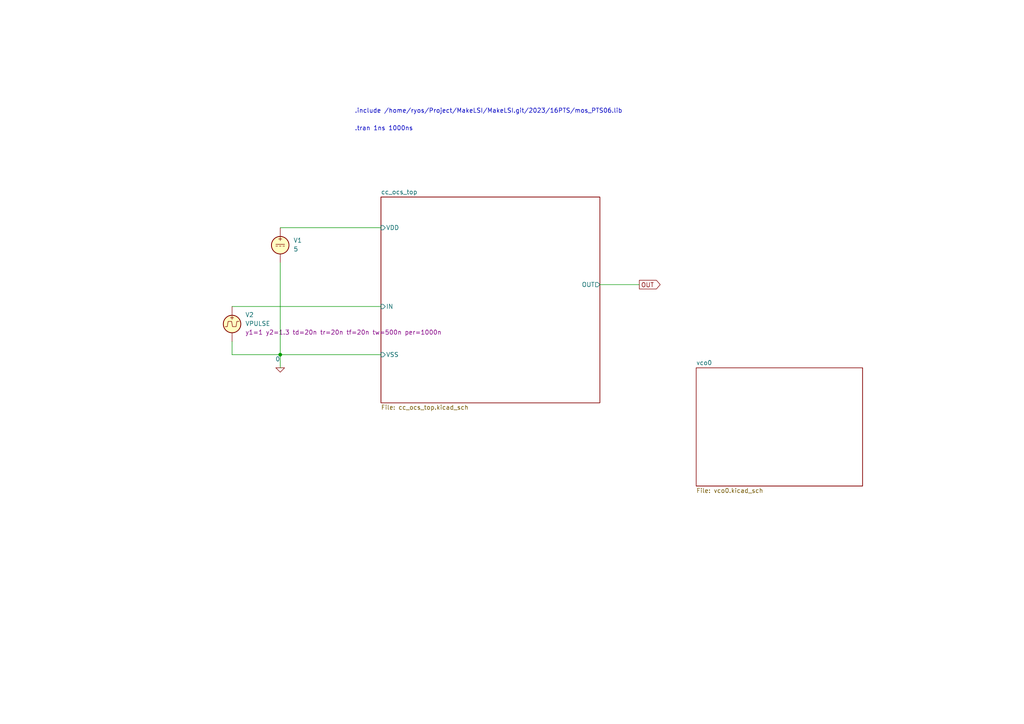
<source format=kicad_sch>
(kicad_sch (version 20230121) (generator eeschema)
  (paper "A4")
  (lib_symbols
    (symbol "OR1Symbols:0" (power) (pin_names (offset 0))
      (property "Value" "0" (at 0 -1.27 0))
      (symbol "0_0_1"
        (polyline (pts (xy -1.27 0) (xy 1.27 0) (xy 0 -1.27) (xy -1.27 0)))
      )
      (symbol "0_1_1"
        (pin power_in line (at 0 0 180) (length 0) hide (name "0") (number "1"))
      )
    )
    (symbol "Simulation_SPICE:VDC" (pin_numbers hide) (pin_names (offset 0.0254))
      (property "Reference" "V" (at 2.54 2.54 0))
      (property "Value" "1" (at 2.54 0 0))
      (symbol "VDC_0_0"
        (polyline (pts (xy -1.27 0.254) (xy 1.27 0.254)))
        (polyline (pts (xy -0.762 -0.254) (xy -1.27 -0.254)))
        (polyline (pts (xy 0.254 -0.254) (xy -0.254 -0.254)))
        (polyline (pts (xy 1.27 -0.254) (xy 0.762 -0.254)))
        (text "+" (at 0 1.905 0) (effects (font (size 1.27 1.27))))
      )
      (symbol "VDC_0_1"
        (circle (center 0 0) (radius 2.54) (stroke (width 0.254)) (fill (type background)))
      )
      (symbol "VDC_1_1"
        (pin passive line (at 0 5.08 270) (length 2.54) (name "~") (number "1"))
        (pin passive line (at 0 -5.08 90) (length 2.54) (name "~") (number "2"))
      )
    )
    (symbol "Simulation_SPICE:VPULSE" (pin_numbers hide) (pin_names (offset 0.0254))
      (property "Reference" "V" (at 2.54 2.54 0))
      (property "Value" "VPULSE" (at 2.54 0 0))
      (property "Sim.Params" "y1=0 y2=1 td=2n tr=2n tf=2n tw=50n per=100n" (at 2.54 -2.54 0))
      (symbol "VPULSE_0_0"
        (polyline (pts (xy -2.032 -0.762) (xy -1.397 -0.762) (xy -1.143 0.762) (xy -0.127 0.762) (xy 0.127 -0.762) (xy 1.143 -0.762) (xy 1.397 0.762) (xy 2.032 0.762)))
        (text "+" (at 0 1.905 0) (effects (font (size 1.27 1.27))))
      )
      (symbol "VPULSE_0_1"
        (circle (center 0 0) (radius 2.54) (stroke (width 0.254)) (fill (type background)))
      )
      (symbol "VPULSE_1_1"
        (pin passive line (at 0 5.08 270) (length 2.54) (name "~") (number "1"))
        (pin passive line (at 0 -5.08 90) (length 2.54) (name "~") (number "2"))
      )
    )
  )
  (junction (at 81.28 102.87))
  (wire (pts (xy 67.31 99.06) (xy 67.31 102.87)))
  (wire (pts (xy 81.28 102.87) (xy 81.28 106.68)))
  (wire (pts (xy 81.28 66.04) (xy 110.49 66.04)))
  (wire (pts (xy 67.31 88.9) (xy 110.49 88.9)))
  (wire (pts (xy 67.31 102.87) (xy 81.28 102.87)))
  (wire (pts (xy 81.28 102.87) (xy 110.49 102.87)))
  (wire (pts (xy 173.99 82.55) (xy 185.42 82.55)))
  (wire (pts (xy 81.28 76.2) (xy 81.28 102.87)))
  (text ".include /home/ryos/Project/MakeLSI/MakeLSI.git/2023/16PTS/mos_PTS06.lib" (at 102.87 33.02 0) (effects (font (size 1.27 1.27)) (justify left bottom)))
  (text ".tran 1ns 1000ns" (at 102.87 38.1 0) (effects (font (size 1.27 1.27)) (justify left bottom)))
  (global_label "OUT" (shape output) (at 185.42 82.55 0) (property "Intersheetrefs" "${INTERSHEET_REFS}" (effects hide)))
  (symbol (lib_id "Simulation_SPICE:VDC") (at 81.28 71.12 0) (unit 1)
    (property "Reference" "V1" (at 85.09 69.7202 0) (effects (justify left)))
    (property "Value" "5" (at 85.09 72.2602 0) (effects (justify left)))
    (property "Sim.Pins" "1=+ 2=-" (effects hide))
    (property "Sim.Type" "DC" (effects hide))
    (property "Sim.Device" "V" (effects hide))
  )
  (symbol (lib_id "OR1Symbols:0") (at 81.28 106.68 0) (unit 1)
    (property "Reference" "#GND01" (effects hide))
    (property "Value" "0" (at 81.28 104.14 0) (effects (justify right)))
  )
  (symbol (lib_id "Simulation_SPICE:VPULSE") (at 67.31 93.98 0) (unit 1)
    (property "Reference" "V2" (at 71.12 91.3102 0) (effects (justify left)))
    (property "Value" "VPULSE" (at 71.12 93.8502 0) (effects (justify left)))
    (property "Sim.Pins" "1=+ 2=-" (effects hide))
    (property "Sim.Type" "PULSE" (effects hide))
    (property "Sim.Device" "V" (effects hide))
    (property "Sim.Params" "y1=1 y2=1.3 td=20n tr=20n tf=20n tw=500n per=1000n" (at 71.12 96.3902 0) (effects (justify left)))
  )
  (sheet (at 110.49 57.15) (size 63.5 59.69) (stroke (width 0.1524))
    (property "Sheetname" "cc_ocs_top" (at 110.49 56.4384 0) (effects (justify left bottom)))
    (property "Sheetfile" "cc_ocs_top.kicad_sch" (at 110.49 117.4246 0) (effects (justify left top)))
    (pin "OUT" output (at 173.99 82.55 0))
    (pin "VDD" input (at 110.49 66.04 180))
    (pin "IN" input (at 110.49 88.9 180))
    (pin "VSS" input (at 110.49 102.87 180))
  )
  (sheet (at 201.93 106.68) (size 48.26 34.29) (stroke (width 0.1524))
    (property "Sheetname" "vco0" (at 201.93 105.9684 0) (effects (justify left bottom)))
    (property "Sheetfile" "vco0.kicad_sch" (at 201.93 141.5546 0) (effects (justify left top)))
  )
)
</source>
